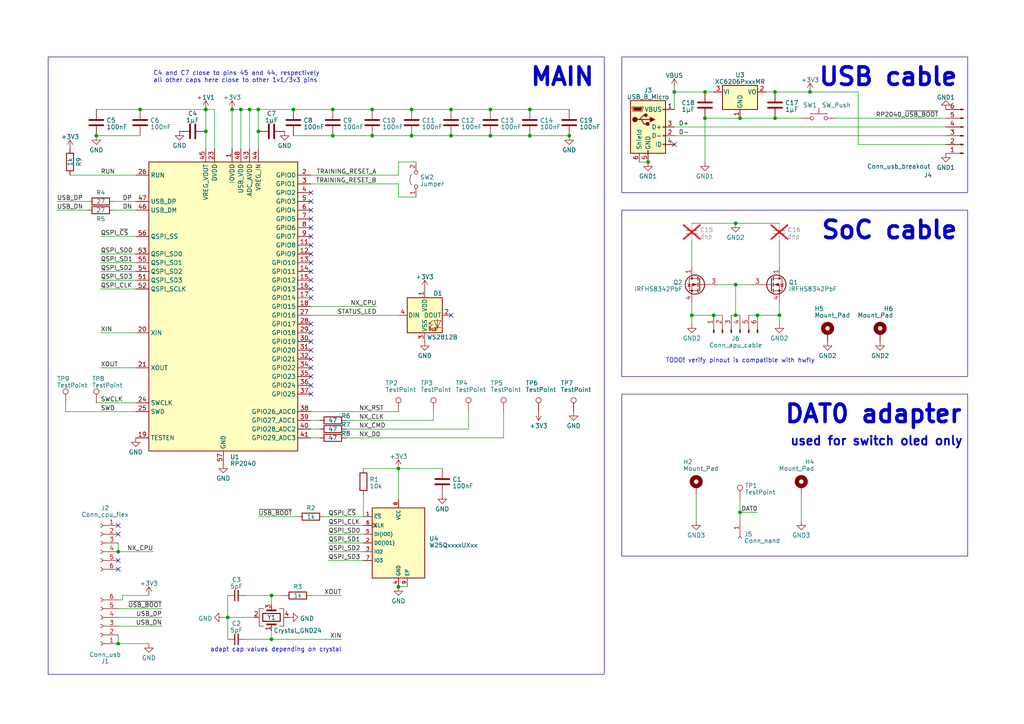
<source format=kicad_sch>
(kicad_sch (version 20230121) (generator eeschema)
  (paper "A4")
  (lib_symbols
    (symbol "Connector:Conn_01x01_Socket" (pin_names (offset 1.016) hide)
      (property "Reference" "J" (at 0 2.54 0))
      (property "Value" "Conn_01x01_Socket" (at 0 -2.54 0))
      (symbol "Conn_01x01_Socket_1_1"
        (pin passive line (at -5.08 0 0) (length 3.81) (name "Pin_1") (number "1"))
      )
    )
    (symbol "Connector:Conn_01x06_Pin" (pin_names (offset 1.016) hide)
      (property "Reference" "J" (at 0 7.62 0))
      (property "Value" "Conn_01x06_Pin" (at 0 -10.16 0))
      (symbol "Conn_01x06_Pin_1_1"
        (pin passive line (at 5.08 5.08 180) (length 3.81) (name "Pin_1") (number "1"))
        (pin passive line (at 5.08 2.54 180) (length 3.81) (name "Pin_2") (number "2"))
        (pin passive line (at 5.08 0 180) (length 3.81) (name "Pin_3") (number "3"))
        (pin passive line (at 5.08 -2.54 180) (length 3.81) (name "Pin_4") (number "4"))
        (pin passive line (at 5.08 -5.08 180) (length 3.81) (name "Pin_5") (number "5"))
        (pin passive line (at 5.08 -7.62 180) (length 3.81) (name "Pin_6") (number "6"))
      )
    )
    (symbol "Connector:Conn_01x06_Socket" (pin_names (offset 1.016) hide)
      (property "Reference" "J" (at 0 7.62 0))
      (property "Value" "Conn_01x06_Socket" (at 0 -10.16 0))
      (symbol "Conn_01x06_Socket_1_1"
        (pin passive line (at -5.08 5.08 0) (length 3.81) (name "Pin_1") (number "1"))
        (pin passive line (at -5.08 2.54 0) (length 3.81) (name "Pin_2") (number "2"))
        (pin passive line (at -5.08 0 0) (length 3.81) (name "Pin_3") (number "3"))
        (pin passive line (at -5.08 -2.54 0) (length 3.81) (name "Pin_4") (number "4"))
        (pin passive line (at -5.08 -5.08 0) (length 3.81) (name "Pin_5") (number "5"))
        (pin passive line (at -5.08 -7.62 0) (length 3.81) (name "Pin_6") (number "6"))
      )
    )
    (symbol "Connector:TestPoint" (pin_numbers hide) (pin_names (offset 0.762) hide)
      (property "Reference" "TP" (at 0 6.858 0))
      (property "Value" "TestPoint" (at 0 5.08 0))
      (symbol "TestPoint_1_1"
        (pin passive line (at 0 0 90) (length 2.54) (name "1") (number "1"))
      )
    )
    (symbol "Connector:USB_B_Micro" (pin_names (offset 1.016))
      (property "Reference" "J" (at -5.08 11.43 0))
      (property "Value" "USB_B_Micro" (at -5.08 8.89 0))
      (symbol "USB_B_Micro_1_1"
        (pin power_out line (at 7.62 5.08 180) (length 2.54) (name "VBUS") (number "1"))
        (pin bidirectional line (at 7.62 -2.54 180) (length 2.54) (name "D-") (number "2"))
        (pin bidirectional line (at 7.62 0 180) (length 2.54) (name "D+") (number "3"))
        (pin passive line (at 7.62 -5.08 180) (length 2.54) (name "ID") (number "4"))
        (pin power_out line (at 0 -10.16 90) (length 2.54) (name "GND") (number "5"))
        (pin passive line (at -2.54 -10.16 90) (length 2.54) (name "Shield") (number "6"))
      )
    )
    (symbol "Device:C" (pin_numbers hide) (pin_names (offset 0.254))
      (property "Reference" "C" (at 0.635 2.54 0))
      (property "Value" "C" (at 0.635 -2.54 0))
      (symbol "C_1_1"
        (pin passive line (at 0 3.81 270) (length 2.794) (name "~") (number "1"))
        (pin passive line (at 0 -3.81 90) (length 2.794) (name "~") (number "2"))
      )
    )
    (symbol "Device:C_Small" (pin_numbers hide) (pin_names (offset 0.254) hide)
      (property "Reference" "C" (at 0.254 1.778 0))
      (property "Value" "C_Small" (at 0.254 -2.032 0))
      (symbol "C_Small_1_1"
        (pin passive line (at 0 2.54 270) (length 2.032) (name "~") (number "1"))
        (pin passive line (at 0 -2.54 90) (length 2.032) (name "~") (number "2"))
      )
    )
    (symbol "Device:Crystal_GND24" (pin_names (offset 1.016) hide)
      (property "Reference" "Y" (at 3.175 5.08 0))
      (property "Value" "Crystal_GND24" (at 3.175 3.175 0))
      (symbol "Crystal_GND24_1_1"
        (pin passive line (at -3.81 0 0) (length 1.27) (name "1") (number "1"))
        (pin passive line (at 0 5.08 270) (length 1.27) (name "2") (number "2"))
        (pin passive line (at 3.81 0 180) (length 1.27) (name "3") (number "3"))
        (pin passive line (at 0 -5.08 90) (length 1.27) (name "4") (number "4"))
      )
    )
    (symbol "Device:R" (pin_numbers hide) (pin_names (offset 0))
      (property "Reference" "R" (at 2.032 0 90))
      (property "Value" "R" (at 0 0 90))
      (symbol "R_1_1"
        (pin passive line (at 0 3.81 270) (length 1.27) (name "~") (number "1"))
        (pin passive line (at 0 -3.81 90) (length 1.27) (name "~") (number "2"))
      )
    )
    (symbol "Jumper:Jumper_2_Open" (pin_names (offset 0) hide)
      (property "Reference" "JP" (at 0 2.794 0))
      (property "Value" "Jumper_2_Open" (at 0 -2.286 0))
      (symbol "Jumper_2_Open_1_1"
        (pin passive line (at -5.08 0 0) (length 2.54) (name "A") (number "1"))
        (pin passive line (at 5.08 0 180) (length 2.54) (name "B") (number "2"))
      )
    )
    (symbol "LED:WS2812B" (pin_names (offset 0.254))
      (property "Reference" "D" (at 5.08 5.715 0))
      (property "Value" "WS2812B" (at 1.27 -5.715 0))
      (symbol "WS2812B_0_0"
        (text "RGB" (at 2.286 -4.191 0) (effects (font (size 0.762 0.762))))
      )
      (symbol "WS2812B_1_1"
        (pin power_in line (at 0 7.62 270) (length 2.54) (name "VDD") (number "1"))
        (pin output line (at 7.62 0 180) (length 2.54) (name "DOUT") (number "2"))
        (pin power_in line (at 0 -7.62 90) (length 2.54) (name "VSS") (number "3"))
        (pin input line (at -7.62 0 0) (length 2.54) (name "DIN") (number "4"))
      )
    )
    (symbol "MCU_RaspberryPi:RP2040"
      (property "Reference" "U" (at 17.78 45.72 0))
      (property "Value" "RP2040" (at 17.78 43.18 0))
      (symbol "RP2040_1_1"
        (pin power_in line (at 2.54 45.72 270) (length 3.81) (name "IOVDD") (number "1"))
        (pin passive line (at 2.54 45.72 270) (length 3.81) hide (name "IOVDD") (number "10"))
        (pin bidirectional line (at 25.4 17.78 180) (length 3.81) (name "GPIO8") (number "11"))
        (pin bidirectional line (at 25.4 15.24 180) (length 3.81) (name "GPIO9") (number "12"))
        (pin bidirectional line (at 25.4 12.7 180) (length 3.81) (name "GPIO10") (number "13"))
        (pin bidirectional line (at 25.4 10.16 180) (length 3.81) (name "GPIO11") (number "14"))
        (pin bidirectional line (at 25.4 7.62 180) (length 3.81) (name "GPIO12") (number "15"))
        (pin bidirectional line (at 25.4 5.08 180) (length 3.81) (name "GPIO13") (number "16"))
        (pin bidirectional line (at 25.4 2.54 180) (length 3.81) (name "GPIO14") (number "17"))
        (pin bidirectional line (at 25.4 0 180) (length 3.81) (name "GPIO15") (number "18"))
        (pin input line (at -25.4 -38.1 0) (length 3.81) (name "TESTEN") (number "19"))
        (pin bidirectional line (at 25.4 38.1 180) (length 3.81) (name "GPIO0") (number "2"))
        (pin input line (at -25.4 -7.62 0) (length 3.81) (name "XIN") (number "20"))
        (pin passive line (at -25.4 -17.78 0) (length 3.81) (name "XOUT") (number "21"))
        (pin passive line (at 2.54 45.72 270) (length 3.81) hide (name "IOVDD") (number "22"))
        (pin power_in line (at -2.54 45.72 270) (length 3.81) (name "DVDD") (number "23"))
        (pin input line (at -25.4 -27.94 0) (length 3.81) (name "SWCLK") (number "24"))
        (pin bidirectional line (at -25.4 -30.48 0) (length 3.81) (name "SWD") (number "25"))
        (pin input line (at -25.4 38.1 0) (length 3.81) (name "RUN") (number "26"))
        (pin bidirectional line (at 25.4 -2.54 180) (length 3.81) (name "GPIO16") (number "27"))
        (pin bidirectional line (at 25.4 -5.08 180) (length 3.81) (name "GPIO17") (number "28"))
        (pin bidirectional line (at 25.4 -7.62 180) (length 3.81) (name "GPIO18") (number "29"))
        (pin bidirectional line (at 25.4 35.56 180) (length 3.81) (name "GPIO1") (number "3"))
        (pin bidirectional line (at 25.4 -10.16 180) (length 3.81) (name "GPIO19") (number "30"))
        (pin bidirectional line (at 25.4 -12.7 180) (length 3.81) (name "GPIO20") (number "31"))
        (pin bidirectional line (at 25.4 -15.24 180) (length 3.81) (name "GPIO21") (number "32"))
        (pin passive line (at 2.54 45.72 270) (length 3.81) hide (name "IOVDD") (number "33"))
        (pin bidirectional line (at 25.4 -17.78 180) (length 3.81) (name "GPIO22") (number "34"))
        (pin bidirectional line (at 25.4 -20.32 180) (length 3.81) (name "GPIO23") (number "35"))
        (pin bidirectional line (at 25.4 -22.86 180) (length 3.81) (name "GPIO24") (number "36"))
        (pin bidirectional line (at 25.4 -25.4 180) (length 3.81) (name "GPIO25") (number "37"))
        (pin bidirectional line (at 25.4 -30.48 180) (length 3.81) (name "GPIO26_ADC0") (number "38"))
        (pin bidirectional line (at 25.4 -33.02 180) (length 3.81) (name "GPIO27_ADC1") (number "39"))
        (pin bidirectional line (at 25.4 33.02 180) (length 3.81) (name "GPIO2") (number "4"))
        (pin bidirectional line (at 25.4 -35.56 180) (length 3.81) (name "GPIO28_ADC2") (number "40"))
        (pin bidirectional line (at 25.4 -38.1 180) (length 3.81) (name "GPIO29_ADC3") (number "41"))
        (pin passive line (at 2.54 45.72 270) (length 3.81) hide (name "IOVDD") (number "42"))
        (pin power_in line (at 7.62 45.72 270) (length 3.81) (name "ADC_AVDD") (number "43"))
        (pin power_in line (at 10.16 45.72 270) (length 3.81) (name "VREG_IN") (number "44"))
        (pin power_out line (at -5.08 45.72 270) (length 3.81) (name "VREG_VOUT") (number "45"))
        (pin bidirectional line (at -25.4 27.94 0) (length 3.81) (name "USB_DM") (number "46"))
        (pin bidirectional line (at -25.4 30.48 0) (length 3.81) (name "USB_DP") (number "47"))
        (pin power_in line (at 5.08 45.72 270) (length 3.81) (name "USB_VDD") (number "48"))
        (pin passive line (at 2.54 45.72 270) (length 3.81) hide (name "IOVDD") (number "49"))
        (pin bidirectional line (at 25.4 30.48 180) (length 3.81) (name "GPIO3") (number "5"))
        (pin passive line (at -2.54 45.72 270) (length 3.81) hide (name "DVDD") (number "50"))
        (pin bidirectional line (at -25.4 7.62 0) (length 3.81) (name "QSPI_SD3") (number "51"))
        (pin output line (at -25.4 5.08 0) (length 3.81) (name "QSPI_SCLK") (number "52"))
        (pin bidirectional line (at -25.4 15.24 0) (length 3.81) (name "QSPI_SD0") (number "53"))
        (pin bidirectional line (at -25.4 10.16 0) (length 3.81) (name "QSPI_SD2") (number "54"))
        (pin bidirectional line (at -25.4 12.7 0) (length 3.81) (name "QSPI_SD1") (number "55"))
        (pin bidirectional line (at -25.4 20.32 0) (length 3.81) (name "QSPI_SS") (number "56"))
        (pin power_in line (at 0 -45.72 90) (length 3.81) (name "GND") (number "57"))
        (pin bidirectional line (at 25.4 27.94 180) (length 3.81) (name "GPIO4") (number "6"))
        (pin bidirectional line (at 25.4 25.4 180) (length 3.81) (name "GPIO5") (number "7"))
        (pin bidirectional line (at 25.4 22.86 180) (length 3.81) (name "GPIO6") (number "8"))
        (pin bidirectional line (at 25.4 20.32 180) (length 3.81) (name "GPIO7") (number "9"))
      )
    )
    (symbol "Mechanical:MountingHole_Pad" (pin_numbers hide) (pin_names (offset 1.016) hide)
      (property "Reference" "H" (at 0 6.35 0))
      (property "Value" "MountingHole_Pad" (at 0 4.445 0))
      (symbol "MountingHole_Pad_1_1"
        (pin input line (at 0 -2.54 90) (length 2.54) (name "1") (number "1"))
      )
    )
    (symbol "Regulator_Linear:XC6206PxxxMR" (pin_names (offset 0.254))
      (property "Reference" "U" (at -3.81 3.175 0))
      (property "Value" "XC6206PxxxMR" (at 0 3.175 0))
      (symbol "XC6206PxxxMR_1_1"
        (pin power_in line (at 0 -7.62 90) (length 2.54) (name "GND") (number "1"))
        (pin power_out line (at 7.62 0 180) (length 2.54) (name "VO") (number "2"))
        (pin power_in line (at -7.62 0 0) (length 2.54) (name "VI") (number "3"))
      )
    )
    (symbol "Switch:SW_Push" (pin_numbers hide) (pin_names (offset 1.016) hide)
      (property "Reference" "SW" (at 1.27 2.54 0))
      (property "Value" "SW_Push" (at 0 -1.524 0))
      (symbol "SW_Push_0_1"
        (pin passive line (at -5.08 0 0) (length 2.54) (name "1") (number "1"))
        (pin passive line (at 5.08 0 180) (length 2.54) (name "2") (number "2"))
      )
    )
    (symbol "flexifly:IRFHS8342PbF"
      (property "Reference" "Q" (at 3.81 5.08 0))
      (property "Value" "IRFHS8342PbF" (at 10.16 2.54 0))
      (symbol "IRFHS8342PbF_1_1"
        (pin passive line (at 1.27 5.08 270) (length 2.54) (name "") (number "1"))
        (pin passive line (at 1.27 5.08 270) (length 2.54) hide (name "") (number "2"))
        (pin passive line (at -6.35 0 0) (length 2.54) (name "") (number "3"))
        (pin passive line (at 1.27 -5.08 90) (length 2.54) (name "") (number "4"))
        (pin passive line (at 1.27 5.08 270) (length 2.54) hide (name "") (number "5"))
        (pin passive line (at 1.27 5.08 270) (length 2.54) hide (name "") (number "6"))
        (pin passive line (at 1.27 -5.08 90) (length 2.54) hide (name "") (number "7"))
        (pin passive line (at 1.27 5.08 270) (length 2.54) hide (name "") (number "8"))
      )
    )
    (symbol "flexifly:W25QxxxxUXxx"
      (property "Reference" "U" (at -6.35 11.43 0))
      (property "Value" "W25QxxxxUXxx" (at -8.89 -11.43 0))
      (symbol "W25QxxxxUXxx_0_0"
        (pin input line (at -10.16 7.62 0) (length 2.54) (name "~{CS}") (number "1"))
        (pin bidirectional line (at -10.16 0 0) (length 2.54) (name "DO(IO1)") (number "2"))
        (pin bidirectional line (at -10.16 -2.54 0) (length 2.54) (name "IO2") (number "3"))
        (pin power_in line (at 0 -12.7 90) (length 2.54) (name "GND") (number "4"))
        (pin bidirectional line (at -10.16 2.54 0) (length 2.54) (name "DI(IO0)") (number "5"))
        (pin input clock (at -10.16 5.08 0) (length 2.54) (name "CLK") (number "6"))
        (pin bidirectional line (at -10.16 -5.08 0) (length 2.54) (name "IO3") (number "7"))
      )
      (symbol "W25QxxxxUXxx_1_0"
        (pin power_in line (at 0 12.7 270) (length 2.54) (name "VCC") (number "8"))
        (pin power_in line (at 2.54 -12.7 90) (length 2.54) (name "EP") (number "9"))
      )
    )
    (symbol "power:+1V1" (power) (pin_names (offset 0))
      (property "Value" "+1V1" (at 0 3.556 0))
      (symbol "+1V1_1_1"
        (pin power_in line (at 0 0 90) (length 0) hide (name "+1V1") (number "1"))
      )
    )
    (symbol "power:+3V3" (power) (pin_names (offset 0))
      (property "Value" "+3V3" (at 0 3.556 0))
      (symbol "+3V3_1_1"
        (pin power_in line (at 0 0 90) (length 0) hide (name "+3V3") (number "1"))
      )
    )
    (symbol "power:GND" (power) (pin_names (offset 0))
      (property "Value" "GND" (at 0 -3.81 0))
      (symbol "GND_1_1"
        (pin power_in line (at 0 0 270) (length 0) hide (name "GND") (number "1"))
      )
    )
    (symbol "power:GND1" (power) (pin_names (offset 0))
      (property "Value" "GND1" (at 0 -3.81 0))
      (symbol "GND1_1_1"
        (pin power_in line (at 0 0 270) (length 0) hide (name "GND1") (number "1"))
      )
    )
    (symbol "power:GND2" (power) (pin_names (offset 0))
      (property "Value" "GND2" (at 0 -3.81 0))
      (symbol "GND2_1_1"
        (pin power_in line (at 0 0 270) (length 0) hide (name "GND2") (number "1"))
      )
    )
    (symbol "power:GND3" (power) (pin_names (offset 0))
      (property "Value" "GND3" (at 0 -3.81 0))
      (symbol "GND3_1_1"
        (pin power_in line (at 0 0 270) (length 0) hide (name "GND3") (number "1"))
      )
    )
    (symbol "power:VBUS" (power) (pin_names (offset 0))
      (property "Value" "VBUS" (at 0 3.81 0))
      (symbol "VBUS_1_1"
        (pin power_in line (at 0 0 90) (length 0) hide (name "VBUS") (number "1"))
      )
    )
  )
  (junction (at 27.94 39.37))
  (junction (at 85.09 31.75))
  (junction (at 214.63 34.29))
  (junction (at 219.71 91.44))
  (junction (at 200.66 91.44))
  (junction (at 214.63 148.59))
  (junction (at 74.93 31.75))
  (junction (at 204.47 34.29))
  (junction (at 207.01 91.44))
  (junction (at 34.29 186.69))
  (junction (at 59.69 38.1))
  (junction (at 224.79 34.29))
  (junction (at 96.52 31.75))
  (junction (at 234.95 26.67))
  (junction (at 66.04 179.07))
  (junction (at 119.38 39.37))
  (junction (at 130.81 31.75))
  (junction (at 72.39 31.75))
  (junction (at 96.52 39.37))
  (junction (at 165.1 39.37))
  (junction (at 142.24 31.75))
  (junction (at 204.47 26.67))
  (junction (at 213.36 82.55))
  (junction (at 226.06 91.44))
  (junction (at 187.96 46.99))
  (junction (at 78.74 185.42))
  (junction (at 153.67 39.37))
  (junction (at 119.38 31.75))
  (junction (at 195.58 26.67))
  (junction (at 69.85 31.75))
  (junction (at 34.29 160.02))
  (junction (at 67.31 31.75))
  (junction (at 107.95 31.75))
  (junction (at 224.79 26.67))
  (junction (at 213.36 64.77))
  (junction (at 142.24 39.37))
  (junction (at 78.74 172.72))
  (junction (at 59.69 31.75))
  (junction (at 130.81 39.37))
  (junction (at 115.57 135.89))
  (junction (at 40.64 31.75))
  (junction (at 115.57 170.18))
  (junction (at 74.93 38.1))
  (junction (at 213.36 91.44))
  (junction (at 153.67 31.75))
  (junction (at 107.95 39.37))
  (no_connect (at 90.17 71.12))
  (no_connect (at 90.17 60.96))
  (no_connect (at 34.29 162.56))
  (no_connect (at 90.17 99.06))
  (no_connect (at 90.17 68.58))
  (no_connect (at 90.17 114.3))
  (no_connect (at 195.58 41.91))
  (no_connect (at 90.17 109.22))
  (no_connect (at 34.29 165.1))
  (no_connect (at 90.17 63.5))
  (no_connect (at 90.17 104.14))
  (no_connect (at 90.17 93.98))
  (no_connect (at 90.17 55.88))
  (no_connect (at 90.17 106.68))
  (no_connect (at 90.17 111.76))
  (no_connect (at 90.17 83.82))
  (no_connect (at 90.17 73.66))
  (no_connect (at 34.29 154.94))
  (no_connect (at 90.17 96.52))
  (no_connect (at 90.17 86.36))
  (no_connect (at 90.17 76.2))
  (no_connect (at 90.17 81.28))
  (no_connect (at 34.29 152.4))
  (no_connect (at 130.81 91.44))
  (no_connect (at 90.17 78.74))
  (no_connect (at 90.17 66.04))
  (no_connect (at 90.17 58.42))
  (no_connect (at 90.17 101.6))
  (wire (pts (xy 115.57 57.15) (xy 120.65 57.15)))
  (wire (pts (xy 224.79 26.67) (xy 234.95 26.67)))
  (wire (pts (xy 242.57 34.29) (xy 274.32 34.29)))
  (wire (pts (xy 74.93 149.86) (xy 86.36 149.86)))
  (wire (pts (xy 195.58 36.83) (xy 274.32 36.83)))
  (wire (pts (xy 226.06 91.44) (xy 226.06 87.63)))
  (wire (pts (xy 34.29 157.48) (xy 34.29 160.02)))
  (wire (pts (xy 224.79 34.29) (xy 232.41 34.29)))
  (wire (pts (xy 78.74 182.88) (xy 78.74 185.42)))
  (wire (pts (xy 72.39 31.75) (xy 72.39 43.18)))
  (wire (pts (xy 95.25 152.4) (xy 105.41 152.4)))
  (wire (pts (xy 71.12 172.72) (xy 78.74 172.72)))
  (wire (pts (xy 33.02 60.96) (xy 39.37 60.96)))
  (wire (pts (xy 100.33 124.46) (xy 135.89 124.46)))
  (wire (pts (xy 66.04 179.07) (xy 73.66 179.07)))
  (wire (pts (xy 226.06 93.98) (xy 226.06 91.44)))
  (wire (pts (xy 195.58 39.37) (xy 274.32 39.37)))
  (wire (pts (xy 214.63 148.59) (xy 214.63 151.13)))
  (wire (pts (xy 130.81 31.75) (xy 142.24 31.75)))
  (wire (pts (xy 201.93 143.51) (xy 201.93 151.13)))
  (wire (pts (xy 29.21 106.68) (xy 39.37 106.68)))
  (wire (pts (xy 213.36 64.77) (xy 226.06 64.77)))
  (wire (pts (xy 115.57 53.34) (xy 115.57 57.15)))
  (wire (pts (xy 78.74 172.72) (xy 78.74 175.26)))
  (wire (pts (xy 34.29 186.69) (xy 43.18 186.69)))
  (wire (pts (xy 95.25 157.48) (xy 105.41 157.48)))
  (wire (pts (xy 66.04 179.07) (xy 66.04 185.42)))
  (wire (pts (xy 95.25 162.56) (xy 105.41 162.56)))
  (wire (pts (xy 20.32 50.8) (xy 39.37 50.8)))
  (wire (pts (xy 93.98 149.86) (xy 105.41 149.86)))
  (wire (pts (xy 100.33 127) (xy 146.05 127)))
  (wire (pts (xy 153.67 39.37) (xy 165.1 39.37)))
  (wire (pts (xy 66.04 172.72) (xy 66.04 179.07)))
  (wire (pts (xy 119.38 39.37) (xy 130.81 39.37)))
  (wire (pts (xy 16.51 58.42) (xy 25.4 58.42)))
  (wire (pts (xy 35.56 172.72) (xy 43.18 172.72)))
  (wire (pts (xy 27.94 31.75) (xy 40.64 31.75)))
  (wire (pts (xy 226.06 69.85) (xy 226.06 77.47)))
  (wire (pts (xy 120.65 46.99) (xy 115.57 46.99)))
  (wire (pts (xy 248.92 41.91) (xy 274.32 41.91)))
  (wire (pts (xy 96.52 39.37) (xy 107.95 39.37)))
  (wire (pts (xy 95.25 154.94) (xy 105.41 154.94)))
  (wire (pts (xy 208.28 82.55) (xy 213.36 82.55)))
  (wire (pts (xy 74.93 38.1) (xy 74.93 43.18)))
  (wire (pts (xy 130.81 39.37) (xy 142.24 39.37)))
  (wire (pts (xy 16.51 60.96) (xy 25.4 60.96)))
  (wire (pts (xy 29.21 73.66) (xy 39.37 73.66)))
  (wire (pts (xy 74.93 31.75) (xy 85.09 31.75)))
  (wire (pts (xy 119.38 31.75) (xy 130.81 31.75)))
  (wire (pts (xy 29.21 83.82) (xy 39.37 83.82)))
  (wire (pts (xy 214.63 34.29) (xy 224.79 34.29)))
  (wire (pts (xy 29.21 78.74) (xy 39.37 78.74)))
  (wire (pts (xy 234.95 26.67) (xy 248.92 26.67)))
  (wire (pts (xy 62.23 31.75) (xy 62.23 43.18)))
  (wire (pts (xy 64.77 179.07) (xy 66.04 179.07)))
  (wire (pts (xy 204.47 34.29) (xy 204.47 46.99)))
  (wire (pts (xy 46.99 181.61) (xy 34.29 181.61)))
  (wire (pts (xy 200.66 91.44) (xy 207.01 91.44)))
  (wire (pts (xy 213.36 82.55) (xy 213.36 91.44)))
  (wire (pts (xy 207.01 91.44) (xy 209.55 91.44)))
  (wire (pts (xy 90.17 53.34) (xy 115.57 53.34)))
  (wire (pts (xy 35.56 173.99) (xy 34.29 173.99)))
  (wire (pts (xy 95.25 160.02) (xy 105.41 160.02)))
  (wire (pts (xy 142.24 39.37) (xy 153.67 39.37)))
  (wire (pts (xy 107.95 39.37) (xy 119.38 39.37)))
  (wire (pts (xy 59.69 43.18) (xy 59.69 38.1)))
  (wire (pts (xy 219.71 91.44) (xy 226.06 91.44)))
  (wire (pts (xy 90.17 119.38) (xy 115.57 119.38)))
  (wire (pts (xy 78.74 172.72) (xy 82.55 172.72)))
  (wire (pts (xy 29.21 76.2) (xy 39.37 76.2)))
  (wire (pts (xy 115.57 46.99) (xy 115.57 50.8)))
  (wire (pts (xy 214.63 148.59) (xy 219.71 148.59)))
  (wire (pts (xy 74.93 31.75) (xy 74.93 38.1)))
  (wire (pts (xy 96.52 31.75) (xy 107.95 31.75)))
  (wire (pts (xy 135.89 119.38) (xy 135.89 124.46)))
  (wire (pts (xy 115.57 135.89) (xy 115.57 144.78)))
  (wire (pts (xy 195.58 26.67) (xy 195.58 31.75)))
  (wire (pts (xy 85.09 31.75) (xy 96.52 31.75)))
  (wire (pts (xy 34.29 184.15) (xy 34.29 186.69)))
  (wire (pts (xy 29.21 96.52) (xy 39.37 96.52)))
  (wire (pts (xy 67.31 31.75) (xy 69.85 31.75)))
  (wire (pts (xy 78.74 185.42) (xy 99.06 185.42)))
  (wire (pts (xy 59.69 31.75) (xy 59.69 38.1)))
  (wire (pts (xy 90.17 127) (xy 92.71 127)))
  (wire (pts (xy 214.63 144.78) (xy 214.63 148.59)))
  (wire (pts (xy 200.66 69.85) (xy 200.66 77.47)))
  (wire (pts (xy 67.31 31.75) (xy 67.31 43.18)))
  (wire (pts (xy 125.73 119.38) (xy 125.73 121.92)))
  (wire (pts (xy 142.24 31.75) (xy 153.67 31.75)))
  (wire (pts (xy 195.58 25.4) (xy 195.58 26.67)))
  (wire (pts (xy 90.17 121.92) (xy 92.71 121.92)))
  (wire (pts (xy 200.66 93.98) (xy 200.66 91.44)))
  (wire (pts (xy 69.85 31.75) (xy 69.85 43.18)))
  (wire (pts (xy 35.56 172.72) (xy 35.56 173.99)))
  (wire (pts (xy 90.17 91.44) (xy 115.57 91.44)))
  (wire (pts (xy 115.57 170.18) (xy 118.11 170.18)))
  (wire (pts (xy 105.41 135.89) (xy 115.57 135.89)))
  (wire (pts (xy 204.47 34.29) (xy 214.63 34.29)))
  (wire (pts (xy 153.67 31.75) (xy 165.1 31.75)))
  (wire (pts (xy 212.09 91.44) (xy 213.36 91.44)))
  (wire (pts (xy 200.66 91.44) (xy 200.66 87.63)))
  (wire (pts (xy 69.85 31.75) (xy 72.39 31.75)))
  (wire (pts (xy 100.33 121.92) (xy 125.73 121.92)))
  (wire (pts (xy 85.09 39.37) (xy 96.52 39.37)))
  (wire (pts (xy 29.21 81.28) (xy 39.37 81.28)))
  (wire (pts (xy 213.36 91.44) (xy 214.63 91.44)))
  (wire (pts (xy 19.05 119.38) (xy 19.05 116.84)))
  (wire (pts (xy 107.95 31.75) (xy 119.38 31.75)))
  (wire (pts (xy 33.02 58.42) (xy 39.37 58.42)))
  (wire (pts (xy 185.42 46.99) (xy 187.96 46.99)))
  (wire (pts (xy 27.94 116.84) (xy 39.37 116.84)))
  (wire (pts (xy 90.17 88.9) (xy 109.22 88.9)))
  (wire (pts (xy 29.21 68.58) (xy 39.37 68.58)))
  (wire (pts (xy 213.36 82.55) (xy 218.44 82.55)))
  (wire (pts (xy 40.64 31.75) (xy 59.69 31.75)))
  (wire (pts (xy 90.17 172.72) (xy 99.06 172.72)))
  (wire (pts (xy 46.99 179.07) (xy 34.29 179.07)))
  (wire (pts (xy 72.39 31.75) (xy 74.93 31.75)))
  (wire (pts (xy 78.74 185.42) (xy 71.12 185.42)))
  (wire (pts (xy 146.05 119.38) (xy 146.05 127)))
  (wire (pts (xy 222.25 26.67) (xy 224.79 26.67)))
  (wire (pts (xy 90.17 124.46) (xy 92.71 124.46)))
  (wire (pts (xy 19.05 119.38) (xy 39.37 119.38)))
  (wire (pts (xy 27.94 39.37) (xy 40.64 39.37)))
  (wire (pts (xy 248.92 26.67) (xy 248.92 41.91)))
  (wire (pts (xy 34.29 160.02) (xy 44.45 160.02)))
  (wire (pts (xy 204.47 26.67) (xy 207.01 26.67)))
  (wire (pts (xy 115.57 135.89) (xy 128.27 135.89)))
  (wire (pts (xy 232.41 143.51) (xy 232.41 151.13)))
  (wire (pts (xy 105.41 143.51) (xy 105.41 149.86)))
  (wire (pts (xy 59.69 31.75) (xy 62.23 31.75)))
  (wire (pts (xy 200.66 64.77) (xy 213.36 64.77)))
  (wire (pts (xy 195.58 26.67) (xy 204.47 26.67)))
  (wire (pts (xy 217.17 91.44) (xy 219.71 91.44)))
  (wire (pts (xy 90.17 50.8) (xy 115.57 50.8)))
  (wire (pts (xy 34.29 176.53) (xy 46.99 176.53)))
  (rectangle (start 180.34 114.3) (end 280.67 161.29))
  (rectangle (start 180.34 16.51) (end 280.67 55.88))
  (rectangle (start 180.34 60.96) (end 280.67 109.22))
  (rectangle (start 13.97 16.51) (end 175.26 195.58))
  (text "DAT0 adapter" (at 279.4 123.19 0) (effects (font (size 5.08 5.08) (thickness 1.016) bold) (justify right bottom)))
  (text "C4 and C7 close to pins 45 and 44, respectively\nall other caps here close to other 1v1/3v3 pins" (at 44.45 24.13 0) (effects (font (size 1.27 1.27)) (justify left bottom)))
  (text "MAIN" (at 172.72 25.4 0) (effects (font (size 5.08 5.08) (thickness 1.016) bold) (justify right bottom)))
  (text "TODO! verify pinout is compatible with hwfly" (at 193.04 105.41 0) (effects (font (size 1.27 1.27)) (justify left bottom)))
  (text "SoC cable" (at 278.13 69.85 0) (effects (font (size 5.08 5.08) (thickness 1.016) bold) (justify right bottom)))
  (text "adapt cap values depending on crystal" (at 60.96 189.23 0) (effects (font (size 1.27 1.27)) (justify left bottom)))
  (text "USB cable" (at 278.13 25.4 0) (effects (font (size 5.08 5.08) (thickness 1.016) bold) (justify right bottom)))
  (text "used for switch oled only" (at 279.4 129.54 0) (effects (font (size 2.54 2.54) (thickness 0.508) bold) (justify right bottom)))
  (label "USB_DP" (at 46.99 179.07 180))
  (label "QSPI_SD0" (at 95.25 154.94 0))
  (label "NX_CPU" (at 44.45 160.02 180))
  (label "NX_D0" (at 104.14 127 0))
  (label "QSPI_SD1" (at 29.21 76.2 0))
  (label "XIN" (at 99.06 185.42 180))
  (label "RUN" (at 29.21 50.8 0))
  (label "STATUS_LED" (at 109.22 91.44 180))
  (label "USB_DN" (at 46.99 181.61 180))
  (label "USB_DN" (at 16.51 60.96 0))
  (label "QSPI_CLK" (at 95.25 152.4 0))
  (label "SWCLK" (at 29.21 116.84 0))
  (label "D-" (at 196.85 39.37 0))
  (label "DP" (at 35.56 58.42 0))
  (label "~{USB_BOOT}" (at 46.99 176.53 180))
  (label "D+" (at 196.85 36.83 0))
  (label "NX_CPU" (at 109.22 88.9 180))
  (label "QSPI_SD3" (at 29.21 81.28 0))
  (label "QSPI_SD2" (at 95.25 160.02 0))
  (label "DAT0" (at 219.71 148.59 180))
  (label "~{USB_BOOT}" (at 74.93 149.86 0))
  (label "NX_CMD" (at 104.14 124.46 0))
  (label "DN" (at 35.56 60.96 0))
  (label "QSPI_~{CS}" (at 95.25 149.86 0))
  (label "NX_RST" (at 104.14 119.38 0))
  (label "QSPI_SD2" (at 29.21 78.74 0))
  (label "NX_CLK" (at 104.14 121.92 0))
  (label "USB_DP" (at 16.51 58.42 0))
  (label "TRAINING_RESET_A" (at 109.22 50.8 180))
  (label "RP2040_~{USB_BOOT}" (at 254 34.29 0))
  (label "XOUT" (at 99.06 172.72 180))
  (label "QSPI_SD0" (at 29.21 73.66 0))
  (label "QSPI_~{CS}" (at 29.21 68.58 0))
  (label "SWD" (at 29.21 119.38 0))
  (label "QSPI_SD3" (at 95.25 162.56 0))
  (label "XOUT" (at 29.21 106.68 0))
  (label "TRAINING_RESET_B" (at 109.22 53.34 180))
  (label "QSPI_CLK" (at 29.21 83.82 0))
  (label "QSPI_SD1" (at 95.25 157.48 0))
  (label "XIN" (at 29.21 96.52 0))
  (symbol (lib_id "Mechanical:MountingHole_Pad") (at 201.93 140.97 0) (unit 1)
    (property "Reference" "H2" (at 198.12 133.969 0) (effects (justify left)))
    (property "Value" "Mount_Pad" (at 198.12 135.89 0) (effects (justify left)))
    (property "Footprint" "TestPoint:TestPoint_Pad_2.0x2.0mm" (effects hide))
  )
  (symbol (lib_id "Device:R") (at 90.17 149.86 90) (unit 1)
    (property "Reference" "R2" (at 90.17 147.32 90))
    (property "Value" "1k" (at 90.17 149.86 90))
    (property "Footprint" "Resistor_SMD:R_0402_1005Metric_Pad0.72x0.64mm_HandSolder" (effects hide))
  )
  (symbol (lib_id "Device:R") (at 29.21 60.96 270) (unit 1)
    (property "Reference" "R5" (at 29.21 63.5 90))
    (property "Value" "27" (at 29.21 60.96 90))
    (property "Footprint" "Resistor_SMD:R_0402_1005Metric_Pad0.72x0.64mm_HandSolder" (effects hide))
  )
  (symbol (lib_id "Device:R") (at 20.32 46.99 0) (unit 1)
    (property "Reference" "R9" (at 22.86 46.99 90))
    (property "Value" "1k" (at 20.32 46.99 90))
    (property "Footprint" "Resistor_SMD:R_0402_1005Metric_Pad0.72x0.64mm_HandSolder" (effects hide))
  )
  (symbol (lib_id "Device:C") (at 85.09 35.56 180) (unit 1)
    (property "Reference" "C8" (at 88.011 34.9163 0) (effects (justify right)))
    (property "Value" "100nF" (at 88.011 36.8373 0) (effects (justify right)))
    (property "Footprint" "Capacitor_SMD:C_0402_1005Metric_Pad0.74x0.62mm_HandSolder" (effects hide))
  )
  (symbol (lib_id "power:GND1") (at 274.32 31.75 180) (unit 1)
    (property "Reference" "#PWR030" (effects hide))
    (property "Value" "GND1" (at 274.32 28.2481 0))
  )
  (symbol (lib_id "power:GND2") (at 200.66 93.98 0) (unit 1)
    (property "Reference" "#PWR024" (effects hide))
    (property "Value" "GND2" (at 200.66 98.1155 0))
  )
  (symbol (lib_id "Connector:TestPoint") (at 115.57 119.38 0) (unit 1)
    (property "Reference" "TP2" (at 111.76 111.109 0) (effects (justify left)))
    (property "Value" "TestPoint" (at 111.76 113.03 0) (effects (justify left)))
    (property "Footprint" "TestPoint:TestPoint_Pad_1.0x1.0mm" (effects hide))
  )
  (symbol (lib_id "Device:C") (at 55.88 38.1 90) (unit 1)
    (property "Reference" "C4" (at 55.88 32.9311 90))
    (property "Value" "1µF" (at 55.88 34.8521 90))
    (property "Footprint" "Capacitor_SMD:C_0402_1005Metric_Pad0.74x0.62mm_HandSolder" (effects hide))
  )
  (symbol (lib_id "power:GND1") (at 204.47 46.99 0) (unit 1)
    (property "Reference" "#PWR020" (effects hide))
    (property "Value" "GND1" (at 204.47 51.1255 0))
  )
  (symbol (lib_id "Connector:USB_B_Micro") (at 187.96 36.83 0) (unit 1)
    (property "Reference" "J3" (at 187.96 26.2001 0))
    (property "Value" "USB_B_Micro" (at 187.96 28.1211 0))
    (property "Footprint" "Connector_USB:USB_Micro-B_Amphenol_10103594-0001LF_Horizontal" (effects hide))
  )
  (symbol (lib_id "power:GND2") (at 240.03 99.06 0) (unit 1)
    (property "Reference" "#PWR034" (effects hide))
    (property "Value" "GND2" (at 240.03 103.1955 0))
  )
  (symbol (lib_id "power:GND") (at 39.37 127 0) (unit 1)
    (property "Reference" "#PWR05" (effects hide))
    (property "Value" "GND" (at 39.37 131.1355 0))
  )
  (symbol (lib_id "Connector:Conn_01x06_Pin") (at 279.4 39.37 180) (unit 1)
    (property "Reference" "J4" (at 267.97 50.8 0) (effects (justify right)))
    (property "Value" "Conn_usb_breakout" (at 251.46 48.26 0) (effects (justify right)))
    (property "Footprint" "flexifly:FPC_1x06_P0.50mm" (effects hide))
  )
  (symbol (lib_id "Device:R") (at 29.21 58.42 90) (unit 1)
    (property "Reference" "R4" (at 29.21 55.88 90))
    (property "Value" "27" (at 29.21 58.42 90))
    (property "Footprint" "Resistor_SMD:R_0402_1005Metric_Pad0.72x0.64mm_HandSolder" (effects hide))
  )
  (symbol (lib_id "power:GND") (at 166.37 119.38 0) (unit 1)
    (property "Reference" "#PWR029" (effects hide))
    (property "Value" "GND" (at 166.37 123.5155 0))
  )
  (symbol (lib_id "Device:C") (at 130.81 35.56 180) (unit 1)
    (property "Reference" "C12" (at 133.731 34.9163 0) (effects (justify right)))
    (property "Value" "100nF" (at 133.731 36.8373 0) (effects (justify right)))
    (property "Footprint" "Capacitor_SMD:C_0402_1005Metric_Pad0.74x0.62mm_HandSolder" (effects hide))
  )
  (symbol (lib_id "Connector:Conn_01x06_Socket") (at 29.21 181.61 180) (unit 1)
    (property "Reference" "J1" (at 30.48 191.77 0))
    (property "Value" "Conn_usb" (at 30.48 189.849 0))
    (property "Footprint" "flexifly:HCTL_HC-FPC-05-09-6RLTAG_1x06-1MP_P0.50mm_Horizontal" (effects hide))
  )
  (symbol (lib_id "Device:Crystal_GND24") (at 78.74 179.07 90) (unit 1)
    (property "Reference" "Y1" (at 78.74 179.07 90))
    (property "Value" "Crystal_GND24" (at 86.36 182.88 90))
    (property "Footprint" "Crystal:Crystal_SMD_2520-4Pin_2.5x2.0mm" (effects hide))
  )
  (symbol (lib_id "Device:R") (at 86.36 172.72 90) (unit 1)
    (property "Reference" "R3" (at 86.36 170.18 90))
    (property "Value" "1k" (at 86.36 172.72 90))
    (property "Footprint" "Resistor_SMD:R_0402_1005Metric_Pad0.72x0.64mm_HandSolder" (effects hide))
  )
  (symbol (lib_id "Device:C") (at 142.24 35.56 180) (unit 1)
    (property "Reference" "C13" (at 145.161 34.9163 0) (effects (justify right)))
    (property "Value" "100nF" (at 145.161 36.8373 0) (effects (justify right)))
    (property "Footprint" "Capacitor_SMD:C_0402_1005Metric_Pad0.74x0.62mm_HandSolder" (effects hide))
  )
  (symbol (lib_id "Connector:TestPoint") (at 214.63 144.78 0) (unit 1)
    (property "Reference" "TP1" (at 216.027 140.8343 0) (effects (justify left)))
    (property "Value" "TestPoint" (at 216.027 142.7553 0) (effects (justify left)))
    (property "Footprint" "TestPoint:TestPoint_Pad_1.0x1.0mm" (effects hide))
  )
  (symbol (lib_id "Connector:Conn_01x06_Socket") (at 29.21 157.48 0) (mirror y) (unit 1)
    (property "Reference" "J2" (at 30.48 147.32 0))
    (property "Value" "Conn_cpu_flex" (at 30.48 149.241 0))
    (property "Footprint" "flexifly:HCTL_HC-FPC-05-09-6RLTAG_1x06-1MP_P0.50mm_Horizontal" (effects hide))
  )
  (symbol (lib_id "power:GND") (at 83.82 179.07 90) (unit 1)
    (property "Reference" "#PWR07" (effects hide))
    (property "Value" "GND" (at 86.995 179.3868 90) (effects (justify right)))
  )
  (symbol (lib_id "power:+3V3") (at 234.95 26.67 0) (unit 1)
    (property "Reference" "#PWR031" (effects hide))
    (property "Value" "+3V3" (at 234.95 23.1681 0))
  )
  (symbol (lib_id "power:GND2") (at 255.27 99.06 0) (unit 1)
    (property "Reference" "#PWR035" (effects hide))
    (property "Value" "GND2" (at 255.27 103.1955 0))
  )
  (symbol (lib_id "Connector:Conn_01x01_Socket") (at 214.63 156.21 270) (unit 1)
    (property "Reference" "J5" (at 215.8492 154.9313 90) (effects (justify left)))
    (property "Value" "Conn_nand" (at 215.8492 156.8523 90) (effects (justify left)))
    (property "Footprint" "flexifly:Conn_BGA_shim" (effects hide))
  )
  (symbol (lib_id "Device:C") (at 96.52 35.56 180) (unit 1)
    (property "Reference" "C9" (at 99.441 34.9163 0) (effects (justify right)))
    (property "Value" "100nF" (at 99.441 36.8373 0) (effects (justify right)))
    (property "Footprint" "Capacitor_SMD:C_0402_1005Metric_Pad0.74x0.62mm_HandSolder" (effects hide))
  )
  (symbol (lib_id "power:+3V3") (at 123.19 83.82 0) (unit 1)
    (property "Reference" "#PWR017" (effects hide))
    (property "Value" "+3V3" (at 123.19 80.3181 0))
  )
  (symbol (lib_id "Device:C") (at 165.1 35.56 180) (unit 1)
    (property "Reference" "C19" (at 168.021 34.9163 0) (effects (justify right)))
    (property "Value" "100nF" (at 168.021 36.8373 0) (effects (justify right)))
    (property "Footprint" "Capacitor_SMD:C_0402_1005Metric_Pad0.74x0.62mm_HandSolder" (effects hide))
  )
  (symbol (lib_id "Jumper:Jumper_2_Open") (at 120.65 52.07 90) (unit 1)
    (property "Reference" "SW2" (at 121.793 51.4263 90) (effects (justify right)))
    (property "Value" "Jumper" (at 121.793 53.3473 90) (effects (justify right)))
    (property "Footprint" "Jumper:SolderJumper-2_P1.3mm_Open_RoundedPad1.0x1.5mm" (effects hide))
  )
  (symbol (lib_id "flexifly:W25QxxxxUXxx") (at 115.57 157.48 0) (unit 1)
    (property "Reference" "U4" (at 124.46 156.21 0) (effects (justify left)))
    (property "Value" "W25QxxxxUXxx" (at 124.46 158.131 0) (effects (justify left)))
    (property "Footprint" "flexifly:W25QxxxxUXxx" (effects hide))
  )
  (symbol (lib_id "power:GND") (at 27.94 39.37 0) (unit 1)
    (property "Reference" "#PWR013" (effects hide))
    (property "Value" "GND" (at 27.94 43.5055 0))
  )
  (symbol (lib_id "power:VBUS") (at 195.58 25.4 0) (unit 1)
    (property "Reference" "#PWR021" (effects hide))
    (property "Value" "VBUS" (at 195.58 21.8981 0))
  )
  (symbol (lib_id "power:+3V3") (at 20.32 43.18 0) (unit 1)
    (property "Reference" "#PWR032" (effects hide))
    (property "Value" "+3V3" (at 20.32 39.6781 0))
  )
  (symbol (lib_id "Connector:TestPoint") (at 156.21 119.38 0) (unit 1)
    (property "Reference" "TP6" (at 152.4 111.109 0) (effects (justify left)))
    (property "Value" "TestPoint" (at 152.4 113.03 0) (effects (justify left)))
    (property "Footprint" "TestPoint:TestPoint_Pad_1.0x1.0mm" (effects hide))
  )
  (symbol (lib_id "power:GND2") (at 226.06 93.98 0) (unit 1)
    (property "Reference" "#PWR023" (effects hide))
    (property "Value" "GND2" (at 226.06 98.1155 0))
  )
  (symbol (lib_id "Connector:TestPoint") (at 125.73 119.38 0) (unit 1)
    (property "Reference" "TP3" (at 121.92 111.109 0) (effects (justify left)))
    (property "Value" "TestPoint" (at 121.92 113.03 0) (effects (justify left)))
    (property "Footprint" "TestPoint:TestPoint_Pad_1.0x1.0mm" (effects hide))
  )
  (symbol (lib_id "power:GND3") (at 201.93 151.13 0) (unit 1)
    (property "Reference" "#PWR026" (effects hide))
    (property "Value" "GND3" (at 201.93 155.2655 0))
  )
  (symbol (lib_id "power:GND3") (at 232.41 151.13 0) (mirror y) (unit 1)
    (property "Reference" "#PWR027" (effects hide))
    (property "Value" "GND3" (at 232.41 155.2655 0))
  )
  (symbol (lib_id "power:GND") (at 165.1 39.37 0) (unit 1)
    (property "Reference" "#PWR033" (effects hide))
    (property "Value" "GND" (at 165.1 43.5055 0))
  )
  (symbol (lib_id "Device:C") (at 107.95 35.56 180) (unit 1)
    (property "Reference" "C10" (at 110.871 34.9163 0) (effects (justify right)))
    (property "Value" "100nF" (at 110.871 36.8373 0) (effects (justify right)))
    (property "Footprint" "Capacitor_SMD:C_0402_1005Metric_Pad0.74x0.62mm_HandSolder" (effects hide))
  )
  (symbol (lib_id "Mechanical:MountingHole_Pad") (at 240.03 96.52 0) (unit 1)
    (property "Reference" "H5" (at 236.22 89.519 0) (effects (justify left)))
    (property "Value" "Mount_Pad" (at 236.22 91.44 0) (effects (justify left)))
    (property "Footprint" "TestPoint:TestPoint_Pad_2.0x2.0mm" (effects hide))
  )
  (symbol (lib_id "power:+1V1") (at 59.69 31.75 0) (unit 1)
    (property "Reference" "#PWR014" (effects hide))
    (property "Value" "+1V1" (at 59.69 28.2481 0))
  )
  (symbol (lib_id "Device:C") (at 27.94 35.56 180) (unit 1)
    (property "Reference" "C5" (at 30.861 34.9163 0) (effects (justify right)))
    (property "Value" "100nF" (at 30.861 36.8373 0) (effects (justify right)))
    (property "Footprint" "Capacitor_SMD:C_0402_1005Metric_Pad0.74x0.62mm_HandSolder" (effects hide))
  )
  (symbol (lib_id "Device:R") (at 96.52 124.46 270) (unit 1)
    (property "Reference" "R7" (at 100.33 123.19 90))
    (property "Value" "47" (at 96.52 124.46 90))
    (property "Footprint" "Resistor_SMD:R_0402_1005Metric_Pad0.72x0.64mm_HandSolder" (effects hide))
  )
  (symbol (lib_id "power:GND1") (at 187.96 46.99 0) (unit 1)
    (property "Reference" "#PWR019" (effects hide))
    (property "Value" "GND1" (at 187.96 51.1255 0))
  )
  (symbol (lib_id "power:GND") (at 123.19 99.06 0) (unit 1)
    (property "Reference" "#PWR018" (effects hide))
    (property "Value" "GND" (at 123.19 103.1955 0))
  )
  (symbol (lib_id "Connector:TestPoint") (at 166.37 119.38 0) (unit 1)
    (property "Reference" "TP7" (at 162.56 111.109 0) (effects (justify left)))
    (property "Value" "TestPoint" (at 162.56 113.03 0) (effects (justify left)))
    (property "Footprint" "TestPoint:TestPoint_Pad_1.0x1.0mm" (effects hide))
  )
  (symbol (lib_id "power:GND") (at 64.77 134.62 0) (unit 1)
    (property "Reference" "#PWR01" (effects hide))
    (property "Value" "GND" (at 64.77 138.7555 0))
  )
  (symbol (lib_id "Device:C") (at 224.79 30.48 180) (unit 1)
    (property "Reference" "C17" (at 227.711 29.8363 0) (effects (justify right)))
    (property "Value" "1µF" (at 227.711 31.7573 0) (effects (justify right)))
    (property "Footprint" "Capacitor_SMD:C_0402_1005Metric_Pad0.74x0.62mm_HandSolder" (effects hide))
  )
  (symbol (lib_id "Device:C") (at 128.27 139.7 0) (unit 1)
    (property "Reference" "C1" (at 131.191 139.0563 0) (effects (justify left)))
    (property "Value" "100nF" (at 131.191 140.9773 0) (effects (justify left)))
    (property "Footprint" "Capacitor_SMD:C_0402_1005Metric_Pad0.74x0.62mm_HandSolder" (effects hide))
  )
  (symbol (lib_id "Device:C_Small") (at 200.66 67.31 180) (unit 1) (in_bom no) (dnp yes)
    (property "Reference" "C15" (at 202.9841 66.6599 0) (effects (justify right)))
    (property "Value" "dnp" (at 202.9841 68.5809 0) (effects (justify right)))
    (property "Footprint" "flexifly:APU_package_cap_conn" (effects hide))
  )
  (symbol (lib_id "Connector:Conn_01x06_Pin") (at 212.09 96.52 90) (unit 1)
    (property "Reference" "J6" (at 213.36 98.1917 90))
    (property "Value" "Conn_apu_cable" (at 213.36 100.1127 90))
    (property "Footprint" "flexifly:FPC_1x06_P0.50mm" (effects hide))
  )
  (symbol (lib_id "Device:C") (at 119.38 35.56 180) (unit 1)
    (property "Reference" "C11" (at 122.301 34.9163 0) (effects (justify right)))
    (property "Value" "100nF" (at 122.301 36.8373 0) (effects (justify right)))
    (property "Footprint" "Capacitor_SMD:C_0402_1005Metric_Pad0.74x0.62mm_HandSolder" (effects hide))
  )
  (symbol (lib_id "flexifly:IRFHS8342PbF") (at 201.93 82.55 0) (mirror y) (unit 1)
    (property "Reference" "Q2" (at 197.993 81.9063 0) (effects (justify left)))
    (property "Value" "IRFHS8342PbF" (at 197.993 83.8273 0) (effects (justify left)))
    (property "Footprint" "flexifly:MicroFET_2x2" (effects hide))
    (property "Datasheet" "https://eu.mouser.com/datasheet/2/196/Infineon_IRFHS8342_DataSheet_v01_01_EN-3166248.pdf" (effects hide))
  )
  (symbol (lib_id "power:+3V3") (at 156.21 119.38 180) (unit 1)
    (property "Reference" "#PWR028" (effects hide))
    (property "Value" "+3V3" (at 156.21 123.5155 0))
  )
  (symbol (lib_id "Mechanical:MountingHole_Pad") (at 232.41 140.97 0) (mirror y) (unit 1)
    (property "Reference" "H4" (at 236.22 133.969 0) (effects (justify left)))
    (property "Value" "Mount_Pad" (at 236.22 135.89 0) (effects (justify left)))
    (property "Footprint" "TestPoint:TestPoint_Pad_2.0x2.0mm" (effects hide))
  )
  (symbol (lib_id "power:GND1") (at 274.32 44.45 0) (unit 1)
    (property "Reference" "#PWR022" (effects hide))
    (property "Value" "GND1" (at 274.32 48.5855 0))
  )
  (symbol (lib_id "power:GND") (at 82.55 38.1 0) (unit 1)
    (property "Reference" "#PWR015" (effects hide))
    (property "Value" "GND" (at 82.55 42.2355 0))
  )
  (symbol (lib_id "Device:C") (at 204.47 30.48 0) (mirror y) (unit 1)
    (property "Reference" "C18" (at 201.549 29.8363 0) (effects (justify left)))
    (property "Value" "1µF" (at 201.549 31.7573 0) (effects (justify left)))
    (property "Footprint" "Capacitor_SMD:C_0402_1005Metric_Pad0.74x0.62mm_HandSolder" (effects hide))
  )
  (symbol (lib_id "Device:C") (at 153.67 35.56 180) (unit 1)
    (property "Reference" "C14" (at 156.591 34.9163 0) (effects (justify right)))
    (property "Value" "100nF" (at 156.591 36.8373 0) (effects (justify right)))
    (property "Footprint" "Capacitor_SMD:C_0402_1005Metric_Pad0.74x0.62mm_HandSolder" (effects hide))
  )
  (symbol (lib_id "Connector:TestPoint") (at 19.05 116.84 0) (unit 1)
    (property "Reference" "TP9" (at 16.51 109.839 0) (effects (justify left)))
    (property "Value" "TestPoint" (at 16.51 111.76 0) (effects (justify left)))
    (property "Footprint" "TestPoint:TestPoint_Pad_1.0x1.0mm" (effects hide))
  )
  (symbol (lib_id "Device:C") (at 40.64 35.56 180) (unit 1)
    (property "Reference" "C6" (at 43.561 34.9163 0) (effects (justify right)))
    (property "Value" "100nF" (at 43.561 36.8373 0) (effects (justify right)))
    (property "Footprint" "Capacitor_SMD:C_0402_1005Metric_Pad0.74x0.62mm_HandSolder" (effects hide))
  )
  (symbol (lib_id "Device:C_Small") (at 68.58 172.72 90) (unit 1)
    (property "Reference" "C3" (at 68.5863 168.148 90))
    (property "Value" "5pF" (at 68.5863 170.069 90))
    (property "Footprint" "Capacitor_SMD:C_0402_1005Metric_Pad0.74x0.62mm_HandSolder" (effects hide))
  )
  (symbol (lib_id "Switch:SW_Push") (at 237.49 34.29 0) (unit 1)
    (property "Reference" "SW1" (at 234.95 30.48 0))
    (property "Value" "SW_Push" (at 242.57 30.48 0))
    (property "Footprint" "flexifly:SW_SPST_XKB_1187A-B-A-B" (effects hide))
  )
  (symbol (lib_id "power:+3V3") (at 43.18 172.72 0) (unit 1)
    (property "Reference" "#PWR09" (effects hide))
    (property "Value" "+3V3" (at 43.18 169.2181 0))
  )
  (symbol (lib_id "flexifly:IRFHS8342PbF") (at 224.79 82.55 0) (unit 1)
    (property "Reference" "Q1" (at 228.727 81.9063 0) (effects (justify left)))
    (property "Value" "IRFHS8342PbF" (at 228.727 83.8273 0) (effects (justify left)))
    (property "Footprint" "flexifly:MicroFET_2x2" (effects hide))
    (property "Datasheet" "https://eu.mouser.com/datasheet/2/196/Infineon_IRFHS8342_DataSheet_v01_01_EN-3166248.pdf" (effects hide))
  )
  (symbol (lib_id "Device:C_Small") (at 68.58 185.42 90) (unit 1)
    (property "Reference" "C2" (at 68.5863 180.848 90))
    (property "Value" "5pF" (at 68.5863 182.769 90))
    (property "Footprint" "Capacitor_SMD:C_0402_1005Metric_Pad0.74x0.62mm_HandSolder" (effects hide))
  )
  (symbol (lib_id "Connector:TestPoint") (at 27.94 116.84 0) (unit 1)
    (property "Reference" "TP8" (at 26.67 109.839 0) (effects (justify left)))
    (property "Value" "TestPoint" (at 26.67 111.76 0) (effects (justify left)))
    (property "Footprint" "TestPoint:TestPoint_Pad_1.0x1.0mm" (effects hide))
  )
  (symbol (lib_id "power:GND") (at 115.57 170.18 0) (unit 1)
    (property "Reference" "#PWR02" (effects hide))
    (property "Value" "GND" (at 115.57 174.3155 0))
  )
  (symbol (lib_id "LED:WS2812B") (at 123.19 91.44 0) (unit 1)
    (property "Reference" "D1" (at 127 85.09 0))
    (property "Value" "WS2812B" (at 128.27 97.79 0))
    (property "Footprint" "LED_SMD:LED_WS2812B-2020_PLCC4_2.0x2.0mm" (effects hide))
    (property "Datasheet" "https://cdn-shop.adafruit.com/datasheets/WS2812B.pdf" (effects hide))
  )
  (symbol (lib_id "Device:C_Small") (at 226.06 67.31 180) (unit 1) (in_bom no) (dnp yes)
    (property "Reference" "C16" (at 228.3841 66.6599 0) (effects (justify right)))
    (property "Value" "dnp" (at 228.3841 68.5809 0) (effects (justify right)))
    (property "Footprint" "flexifly:APU_package_cap_conn" (effects hide))
  )
  (symbol (lib_id "power:+3V3") (at 115.57 135.89 0) (unit 1)
    (property "Reference" "#PWR03" (effects hide))
    (property "Value" "+3V3" (at 115.57 132.3881 0))
  )
  (symbol (lib_id "power:GND") (at 64.77 179.07 270) (unit 1)
    (property "Reference" "#PWR06" (effects hide))
    (property "Value" "GND" (at 61.5951 179.3868 90) (effects (justify right)))
  )
  (symbol (lib_id "power:GND") (at 52.07 38.1 0) (unit 1)
    (property "Reference" "#PWR08" (effects hide))
    (property "Value" "GND" (at 52.07 42.2355 0))
  )
  (symbol (lib_id "Device:R") (at 96.52 127 270) (unit 1)
    (property "Reference" "R8" (at 100.33 125.73 90))
    (property "Value" "47" (at 96.52 127 90))
    (property "Footprint" "Resistor_SMD:R_0402_1005Metric_Pad0.72x0.64mm_HandSolder" (effects hide))
  )
  (symbol (lib_id "MCU_RaspberryPi:RP2040") (at 64.77 88.9 0) (unit 1)
    (property "Reference" "U1" (at 66.7259 132.5325 0) (effects (justify left)))
    (property "Value" "RP2040" (at 66.7259 134.4535 0) (effects (justify left)))
    (property "Footprint" "Package_DFN_QFN:QFN-56-1EP_7x7mm_P0.4mm_EP3.2x3.2mm" (effects hide))
    (property "Datasheet" "https://datasheets.raspberrypi.com/rp2040/rp2040-datasheet.pdf" (effects hide))
  )
  (symbol (lib_id "power:GND") (at 128.27 143.51 0) (unit 1)
    (property "Reference" "#PWR04" (effects hide))
    (property "Value" "GND" (at 128.27 147.6455 0))
  )
  (symbol (lib_id "power:+3V3") (at 67.31 31.75 0) (unit 1)
    (property "Reference" "#PWR016" (effects hide))
    (property "Value" "+3V3" (at 67.31 28.2481 0))
  )
  (symbol (lib_id "power:GND2") (at 213.36 64.77 0) (unit 1)
    (property "Reference" "#PWR025" (effects hide))
    (property "Value" "GND2" (at 213.36 68.9055 0))
  )
  (symbol (lib_id "Device:R") (at 105.41 139.7 0) (unit 1)
    (property "Reference" "R1" (at 107.188 139.0563 0) (effects (justify left)))
    (property "Value" "10k" (at 107.188 140.9773 0) (effects (justify left)))
    (property "Footprint" "Resistor_SMD:R_0402_1005Metric_Pad0.72x0.64mm_HandSolder" (effects hide))
  )
  (symbol (lib_id "power:GND") (at 43.18 186.69 0) (unit 1)
    (property "Reference" "#PWR010" (effects hide))
    (property "Value" "GND" (at 43.18 190.8255 0))
  )
  (symbol (lib_id "Regulator_Linear:XC6206PxxxMR") (at 214.63 26.67 0) (unit 1)
    (property "Reference" "U3" (at 214.63 21.7551 0))
    (property "Value" "XC6206PxxxMR" (at 214.63 23.6761 0))
    (property "Footprint" "Package_TO_SOT_SMD:SOT-23-3" (effects hide))
    (property "Datasheet" "https://www.torexsemi.com/file/xc6206/XC6206.pdf" (effects hide))
  )
  (symbol (lib_id "Device:R") (at 96.52 121.92 270) (unit 1)
    (property "Reference" "R6" (at 100.33 120.65 90))
    (property "Value" "47" (at 96.52 121.92 90))
    (property "Footprint" "Resistor_SMD:R_0402_1005Metric_Pad0.72x0.64mm_HandSolder" (effects hide))
  )
  (symbol (lib_id "Connector:TestPoint") (at 146.05 119.38 0) (unit 1)
    (property "Reference" "TP5" (at 142.24 111.109 0) (effects (justify left)))
    (property "Value" "TestPoint" (at 142.24 113.03 0) (effects (justify left)))
    (property "Footprint" "TestPoint:TestPoint_Pad_1.0x1.0mm" (effects hide))
  )
  (symbol (lib_id "Device:C") (at 78.74 38.1 90) (unit 1)
    (property "Reference" "C7" (at 78.74 32.9311 90))
    (property "Value" "1µF" (at 78.74 34.8521 90))
    (property "Footprint" "Capacitor_SMD:C_0402_1005Metric_Pad0.74x0.62mm_HandSolder" (effects hide))
  )
  (symbol (lib_id "Connector:TestPoint") (at 135.89 119.38 0) (unit 1)
    (property "Reference" "TP4" (at 132.08 111.109 0) (effects (justify left)))
    (property "Value" "TestPoint" (at 132.08 113.03 0) (effects (justify left)))
    (property "Footprint" "TestPoint:TestPoint_Pad_1.0x1.0mm" (effects hide))
  )
  (symbol (lib_id "Mechanical:MountingHole_Pad") (at 255.27 96.52 0) (mirror y) (unit 1)
    (property "Reference" "H6" (at 259.08 89.519 0) (effects (justify left)))
    (property "Value" "Mount_Pad" (at 259.08 91.44 0) (effects (justify left)))
    (property "Footprint" "TestPoint:TestPoint_Pad_2.0x2.0mm" (effects hide))
  )
)
</source>
